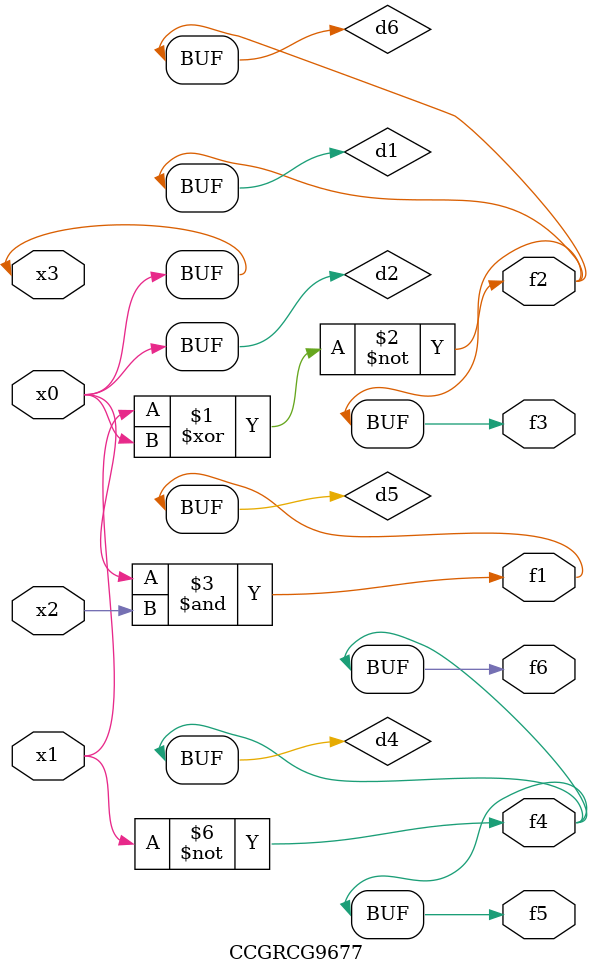
<source format=v>
module CCGRCG9677(
	input x0, x1, x2, x3,
	output f1, f2, f3, f4, f5, f6
);

	wire d1, d2, d3, d4, d5, d6;

	xnor (d1, x1, x3);
	buf (d2, x0, x3);
	nand (d3, x0, x2);
	not (d4, x1);
	nand (d5, d3);
	or (d6, d1);
	assign f1 = d5;
	assign f2 = d6;
	assign f3 = d6;
	assign f4 = d4;
	assign f5 = d4;
	assign f6 = d4;
endmodule

</source>
